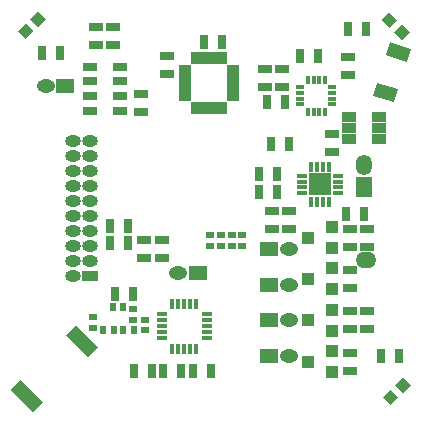
<source format=gts>
G04 (created by PCBNEW (2013-07-07 BZR 4022)-stable) date 07/06/2014 15:45:15*
%MOIN*%
G04 Gerber Fmt 3.4, Leading zero omitted, Abs format*
%FSLAX34Y34*%
G01*
G70*
G90*
G04 APERTURE LIST*
%ADD10C,0.00590551*%
%ADD11R,0.045X0.0253*%
%ADD12R,0.0506X0.0306*%
%ADD13R,0.0306X0.0506*%
%ADD14O,0.0686X0.0528*%
%ADD15R,0.0607X0.045*%
%ADD16O,0.0607X0.045*%
%ADD17O,0.0528X0.0371*%
%ADD18R,0.0528X0.0371*%
%ADD19O,0.0371X0.0154*%
%ADD20O,0.0154X0.0371*%
%ADD21R,0.045X0.0332*%
%ADD22R,0.0416X0.0416*%
%ADD23R,0.0725X0.0725*%
%ADD24C,0.0206*%
%ADD25R,0.0194X0.0391*%
%ADD26R,0.0391X0.0194*%
%ADD27R,0.0174X0.0306*%
%ADD28R,0.0306X0.0174*%
%ADD29R,0.0213X0.0292*%
%ADD30R,0.0292X0.0213*%
%ADD31R,0.0528X0.0686*%
%ADD32O,0.0528X0.0686*%
G04 APERTURE END LIST*
G54D10*
G36*
X8987Y-6063D02*
X9305Y-5745D01*
X10041Y-6481D01*
X9723Y-6799D01*
X8987Y-6063D01*
X8987Y-6063D01*
G37*
G36*
X10824Y-4226D02*
X11142Y-3908D01*
X11878Y-4644D01*
X11560Y-4962D01*
X10824Y-4226D01*
X10824Y-4226D01*
G37*
G54D11*
X11634Y4714D03*
X11634Y4222D03*
X11634Y3730D03*
X11634Y3238D03*
X12618Y3238D03*
X12618Y3730D03*
X12622Y4222D03*
X12618Y4714D03*
G54D12*
X13307Y3804D03*
X13307Y3204D03*
X18031Y4031D03*
X18031Y4631D03*
G54D13*
X19237Y5079D03*
X18637Y5079D03*
G54D12*
X20236Y4424D03*
X20236Y5024D03*
G54D13*
X17653Y2126D03*
X18253Y2126D03*
X17259Y1142D03*
X17859Y1142D03*
G54D14*
X20827Y-1732D03*
G54D15*
X10802Y4056D03*
G54D16*
X10144Y4056D03*
G54D12*
X18268Y-694D03*
X18268Y-94D03*
G54D15*
X17584Y-2559D03*
G54D16*
X18242Y-2559D03*
G54D15*
X15211Y-2165D03*
G54D16*
X14553Y-2165D03*
G54D15*
X17584Y-4921D03*
G54D16*
X18242Y-4921D03*
G54D15*
X17584Y-1378D03*
G54D16*
X18242Y-1378D03*
G54D15*
X17584Y-3740D03*
G54D16*
X18242Y-3740D03*
G54D13*
X17859Y551D03*
X17259Y551D03*
G54D17*
X11628Y2250D03*
X11628Y1750D03*
X11050Y2250D03*
X11050Y1750D03*
G54D18*
X11628Y-2250D03*
G54D17*
X11050Y-2250D03*
X11050Y-1750D03*
X11050Y-1250D03*
X11050Y-750D03*
X11050Y-250D03*
X11050Y250D03*
X11050Y750D03*
X11050Y1250D03*
X11628Y-1750D03*
X11628Y-1250D03*
X11628Y-750D03*
X11628Y-250D03*
X11628Y250D03*
X11628Y750D03*
X11628Y1250D03*
G54D10*
G36*
X22281Y5854D02*
X22019Y5592D01*
X21757Y5854D01*
X22019Y6116D01*
X22281Y5854D01*
X22281Y5854D01*
G37*
G36*
X21864Y6271D02*
X21602Y6009D01*
X21340Y6271D01*
X21602Y6533D01*
X21864Y6271D01*
X21864Y6271D01*
G37*
G36*
X9476Y5631D02*
X9214Y5893D01*
X9476Y6155D01*
X9738Y5893D01*
X9476Y5631D01*
X9476Y5631D01*
G37*
G36*
X9893Y6048D02*
X9631Y6310D01*
X9893Y6572D01*
X10155Y6310D01*
X9893Y6048D01*
X9893Y6048D01*
G37*
G54D12*
X13425Y-1078D03*
X13425Y-1678D03*
X14016Y-1078D03*
X14016Y-1678D03*
X19685Y2465D03*
X19685Y1865D03*
G54D19*
X15512Y-4331D03*
X15511Y-4133D03*
X15511Y-3936D03*
X15511Y-3740D03*
X15511Y-3543D03*
G54D20*
X15157Y-3189D03*
X14960Y-3189D03*
X14763Y-3189D03*
X14566Y-3189D03*
X14370Y-3189D03*
G54D19*
X14016Y-3543D03*
X14016Y-3740D03*
X14016Y-3938D03*
X14016Y-4134D03*
X14016Y-4332D03*
G54D20*
X14370Y-4685D03*
X14567Y-4685D03*
X14764Y-4685D03*
X14961Y-4685D03*
X15158Y-4685D03*
G54D12*
X20276Y-1284D03*
X20276Y-684D03*
X20276Y-2662D03*
X20276Y-2062D03*
X20276Y-4040D03*
X20276Y-3440D03*
X20276Y-5418D03*
X20276Y-4818D03*
G54D13*
X10015Y5157D03*
X10615Y5157D03*
X20212Y5984D03*
X20812Y5984D03*
X12898Y-591D03*
X12298Y-591D03*
X12898Y-1181D03*
X12298Y-1181D03*
G54D12*
X20866Y-1284D03*
X20866Y-684D03*
G54D13*
X20772Y-197D03*
X20172Y-197D03*
G54D12*
X17677Y-694D03*
X17677Y-94D03*
G54D13*
X21914Y-4921D03*
X21314Y-4921D03*
X13686Y-5433D03*
X13086Y-5433D03*
G54D12*
X11811Y6048D03*
X11811Y5448D03*
X12402Y6048D03*
X12402Y5448D03*
G54D13*
X16009Y5551D03*
X15409Y5551D03*
G54D12*
X17441Y4031D03*
X17441Y4631D03*
X14173Y4464D03*
X14173Y5064D03*
G54D13*
X17535Y3543D03*
X18135Y3543D03*
X15054Y-5433D03*
X15654Y-5433D03*
X14670Y-5433D03*
X14070Y-5433D03*
G54D12*
X20866Y-4040D03*
X20866Y-3440D03*
G54D21*
X21248Y3052D03*
X21248Y2677D03*
X21248Y2302D03*
X20248Y2302D03*
X20248Y2677D03*
X20248Y3052D03*
G54D22*
X19692Y-4768D03*
X19692Y-5468D03*
X18892Y-5118D03*
X19692Y-3390D03*
X19692Y-4090D03*
X18892Y-3740D03*
X19692Y-2012D03*
X19692Y-2712D03*
X18892Y-2362D03*
X19692Y-634D03*
X19692Y-1334D03*
X18892Y-984D03*
G54D23*
X19291Y787D03*
G54D19*
X19882Y491D03*
X19882Y689D03*
X19882Y885D03*
X19882Y1082D03*
G54D20*
X19586Y1378D03*
X19389Y1378D03*
X19192Y1378D03*
X18996Y1378D03*
G54D19*
X18700Y1081D03*
X18700Y885D03*
X18700Y688D03*
X18700Y491D03*
G54D20*
X18996Y196D03*
X19192Y196D03*
X19389Y196D03*
X19586Y196D03*
G54D24*
X19291Y787D03*
X19094Y590D03*
X19488Y590D03*
X19094Y984D03*
X19488Y984D03*
G54D25*
X15886Y3328D03*
X15493Y3328D03*
X15689Y3328D03*
X16083Y3328D03*
X15296Y3328D03*
X15099Y3328D03*
G54D26*
X14794Y3681D03*
X14794Y3878D03*
X14794Y4075D03*
X14794Y4468D03*
X14794Y4271D03*
X14794Y4665D03*
G54D25*
X15099Y5018D03*
X15296Y5018D03*
X16083Y5018D03*
X15689Y5018D03*
X15493Y5018D03*
X15886Y5018D03*
G54D26*
X16387Y4665D03*
X16387Y4271D03*
X16387Y4468D03*
X16387Y4075D03*
X16387Y3878D03*
X16387Y3681D03*
G54D27*
X19075Y3199D03*
X18888Y3199D03*
X19271Y3199D03*
X19468Y3199D03*
X19075Y4271D03*
X18878Y4271D03*
X19271Y4271D03*
X19468Y4271D03*
G54D28*
X19704Y3642D03*
X19704Y3838D03*
X19704Y4025D03*
X19704Y3455D03*
X18632Y4025D03*
X18632Y3838D03*
X18632Y3642D03*
X18632Y3455D03*
G54D29*
X12067Y-4055D03*
X12421Y-4055D03*
G54D30*
X11732Y-3996D03*
X11732Y-3642D03*
G54D29*
X12736Y-3307D03*
X12382Y-3307D03*
X12736Y-4055D03*
X13090Y-4055D03*
G54D30*
X13465Y-4075D03*
X13465Y-3721D03*
X13071Y-3366D03*
X13071Y-3720D03*
G54D10*
G36*
X22058Y-5631D02*
X22320Y-5893D01*
X22058Y-6155D01*
X21796Y-5893D01*
X22058Y-5631D01*
X22058Y-5631D01*
G37*
G36*
X21641Y-6048D02*
X21903Y-6310D01*
X21641Y-6572D01*
X21379Y-6310D01*
X21641Y-6048D01*
X21641Y-6048D01*
G37*
G54D13*
X13056Y-2874D03*
X12456Y-2874D03*
G54D31*
X20748Y690D03*
G54D32*
X20748Y1438D03*
G54D10*
G36*
X22326Y5304D02*
X22187Y4876D01*
X21497Y5100D01*
X21636Y5528D01*
X22326Y5304D01*
X22326Y5304D01*
G37*
G36*
X21888Y3955D02*
X21749Y3527D01*
X21059Y3751D01*
X21198Y4179D01*
X21888Y3955D01*
X21888Y3955D01*
G37*
G54D30*
X16693Y-904D03*
X16693Y-1258D03*
X16339Y-904D03*
X16339Y-1258D03*
X15984Y-904D03*
X15984Y-1258D03*
X15630Y-904D03*
X15630Y-1258D03*
M02*

</source>
